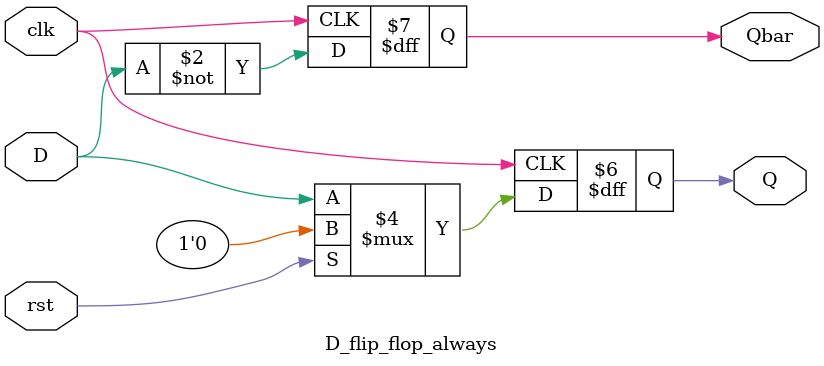
<source format=sv>
`timescale 1ns/1ns
module D_flip_flop_always(input D, clk, rst, output logic Q, Qbar);
	always @ (posedge clk) begin
		if (rst)
			Q <= 1'b0;
		else
			Q <= D;
		Qbar <= ~D;
	end
endmodule

</source>
